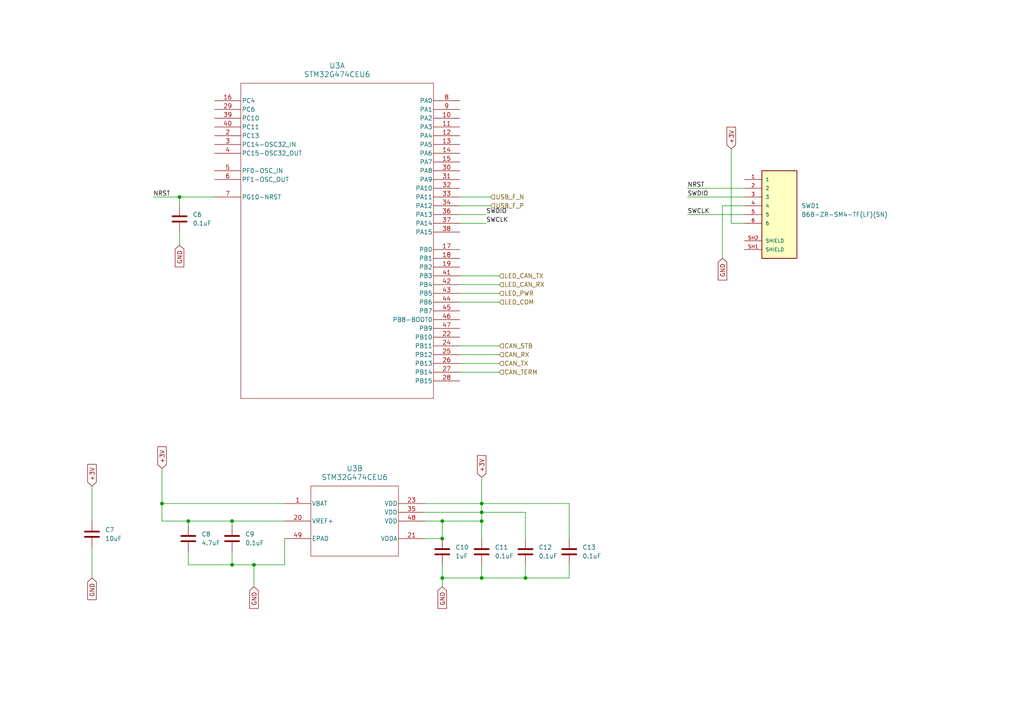
<source format=kicad_sch>
(kicad_sch (version 20230121) (generator eeschema)
  (paper "A4")
  (lib_symbols
    (symbol "Device:C" (pin_numbers hide) (pin_names (offset 0.254))
      (property "Reference" "C" (at 0.635 2.54 0))
      (property "Value" "C" (at 0.635 -2.54 0))
      (symbol "C_0_1"
        (polyline (pts (xy -2.032 -0.762) (xy 2.032 -0.762)) (stroke (width 0.508)))
        (polyline (pts (xy -2.032 0.762) (xy 2.032 0.762)) (stroke (width 0.508)))
      )
      (symbol "C_1_1"
        (pin passive line (at 0 3.81 270) (length 2.794) (name "~") (number "1"))
        (pin passive line (at 0 -3.81 90) (length 2.794) (name "~") (number "2"))
      )
    )
    (symbol "moteus:S6B-ZR-SM4A-TF(LF)(SN)" (pin_names (offset 1.016))
      (property "Reference" "J" (at -5.087 10.8098 0))
      (property "Value" "S6B-ZR-SM4A-TF(LF)(SN)" (at -5.08 -17.78 0))
      (symbol "S6B-ZR-SM4A-TF(LF)(SN)_0_0"
        (rectangle (start -5.08 10.16) (end 5.08 -15.24) (stroke (width 0.254)) (fill (type background)))
        (pin passive line (at -10.16 7.62 0) (length 5.08) (name "1") (number "1"))
        (pin passive line (at -10.16 5.08 0) (length 5.08) (name "2") (number "2"))
        (pin passive line (at -10.16 2.54 0) (length 5.08) (name "3") (number "3"))
        (pin passive line (at -10.16 0 0) (length 5.08) (name "4") (number "4"))
        (pin passive line (at -10.16 -2.54 0) (length 5.08) (name "5") (number "5"))
        (pin passive line (at -10.16 -5.08 0) (length 5.08) (name "6") (number "6"))
        (pin passive line (at -10.16 -12.7 0) (length 5.08) (name "SHIELD") (number "SH1"))
        (pin passive line (at -10.16 -10.16 0) (length 5.08) (name "SHIELD") (number "SH2"))
      )
    )
    (symbol "moteus:STM32G474CEU6" (pin_names (offset 0.254))
      (property "Reference" "U" (at 35.56 10.16 0))
      (property "Value" "STM32G474CEU6" (at 35.56 7.62 0))
      (symbol "STM32G474CEU6_1_1"
        (polyline (pts (xy 7.62 -86.36) (xy 63.5 -86.36)) (stroke (width 0.127)))
        (polyline (pts (xy 7.62 5.08) (xy 7.62 -86.36)) (stroke (width 0.127)))
        (polyline (pts (xy 63.5 -86.36) (xy 63.5 5.08)) (stroke (width 0.127)))
        (polyline (pts (xy 63.5 5.08) (xy 7.62 5.08)) (stroke (width 0.127)))
        (pin bidirectional line (at 0 -5.08 0) (length 7.62) (name "PA2") (number "10"))
        (pin bidirectional line (at 0 -7.62 0) (length 7.62) (name "PA3") (number "11"))
        (pin bidirectional line (at 0 -10.16 0) (length 7.62) (name "PA4") (number "12"))
        (pin bidirectional line (at 0 -12.7 0) (length 7.62) (name "PA5") (number "13"))
        (pin bidirectional line (at 0 -15.24 0) (length 7.62) (name "PA6") (number "14"))
        (pin bidirectional line (at 0 -17.78 0) (length 7.62) (name "PA7") (number "15"))
        (pin bidirectional line (at 71.12 0 180) (length 7.62) (name "PC4") (number "16"))
        (pin bidirectional line (at 0 -43.18 0) (length 7.62) (name "PB0") (number "17"))
        (pin bidirectional line (at 0 -45.72 0) (length 7.62) (name "PB1") (number "18"))
        (pin bidirectional line (at 0 -48.26 0) (length 7.62) (name "PB2") (number "19"))
        (pin bidirectional line (at 71.12 -10.16 180) (length 7.62) (name "PC13") (number "2"))
        (pin bidirectional line (at 0 -68.58 0) (length 7.62) (name "PB10") (number "22"))
        (pin bidirectional line (at 0 -71.12 0) (length 7.62) (name "PB11") (number "24"))
        (pin bidirectional line (at 0 -73.66 0) (length 7.62) (name "PB12") (number "25"))
        (pin bidirectional line (at 0 -76.2 0) (length 7.62) (name "PB13") (number "26"))
        (pin bidirectional line (at 0 -78.74 0) (length 7.62) (name "PB14") (number "27"))
        (pin bidirectional line (at 0 -81.28 0) (length 7.62) (name "PB15") (number "28"))
        (pin bidirectional line (at 71.12 -2.54 180) (length 7.62) (name "PC6") (number "29"))
        (pin bidirectional line (at 71.12 -12.7 180) (length 7.62) (name "PC14-OSC32_IN") (number "3"))
        (pin bidirectional line (at 0 -20.32 0) (length 7.62) (name "PA8") (number "30"))
        (pin bidirectional line (at 0 -22.86 0) (length 7.62) (name "PA9") (number "31"))
        (pin bidirectional line (at 0 -25.4 0) (length 7.62) (name "PA10") (number "32"))
        (pin bidirectional line (at 0 -27.94 0) (length 7.62) (name "PA11") (number "33"))
        (pin bidirectional line (at 0 -30.48 0) (length 7.62) (name "PA12") (number "34"))
        (pin bidirectional line (at 0 -33.02 0) (length 7.62) (name "PA13") (number "36"))
        (pin bidirectional line (at 0 -35.56 0) (length 7.62) (name "PA14") (number "37"))
        (pin bidirectional line (at 0 -38.1 0) (length 7.62) (name "PA15") (number "38"))
        (pin bidirectional line (at 71.12 -5.08 180) (length 7.62) (name "PC10") (number "39"))
        (pin bidirectional line (at 71.12 -15.24 180) (length 7.62) (name "PC15-OSC32_OUT") (number "4"))
        (pin bidirectional line (at 71.12 -7.62 180) (length 7.62) (name "PC11") (number "40"))
        (pin bidirectional line (at 0 -50.8 0) (length 7.62) (name "PB3") (number "41"))
        (pin bidirectional line (at 0 -53.34 0) (length 7.62) (name "PB4") (number "42"))
        (pin bidirectional line (at 0 -55.88 0) (length 7.62) (name "PB5") (number "43"))
        (pin bidirectional line (at 0 -58.42 0) (length 7.62) (name "PB6") (number "44"))
        (pin bidirectional line (at 0 -60.96 0) (length 7.62) (name "PB7") (number "45"))
        (pin bidirectional line (at 0 -63.5 0) (length 7.62) (name "PB8-BOOT0") (number "46"))
        (pin bidirectional line (at 0 -66.04 0) (length 7.62) (name "PB9") (number "47"))
        (pin bidirectional line (at 71.12 -20.32 180) (length 7.62) (name "PF0-OSC_IN") (number "5"))
        (pin bidirectional line (at 71.12 -22.86 180) (length 7.62) (name "PF1-OSC_OUT") (number "6"))
        (pin bidirectional line (at 71.12 -27.94 180) (length 7.62) (name "PG10-NRST") (number "7"))
        (pin bidirectional line (at 0 0 0) (length 7.62) (name "PA0") (number "8"))
        (pin bidirectional line (at 0 -2.54 0) (length 7.62) (name "PA1") (number "9"))
      )
      (symbol "STM32G474CEU6_2_1"
        (polyline (pts (xy 7.62 -15.24) (xy 33.02 -15.24)) (stroke (width 0.127)))
        (polyline (pts (xy 7.62 5.08) (xy 7.62 -15.24)) (stroke (width 0.127)))
        (polyline (pts (xy 33.02 -15.24) (xy 33.02 5.08)) (stroke (width 0.127)))
        (polyline (pts (xy 33.02 5.08) (xy 7.62 5.08)) (stroke (width 0.127)))
        (pin power_in line (at 0 0 0) (length 7.62) (name "VBAT") (number "1"))
        (pin power_in line (at 0 -5.08 0) (length 7.62) (name "VREF+") (number "20"))
        (pin power_in line (at 40.64 -10.16 180) (length 7.62) (name "VDDA") (number "21"))
        (pin power_in line (at 40.64 0 180) (length 7.62) (name "VDD") (number "23"))
        (pin power_in line (at 40.64 -2.54 180) (length 7.62) (name "VDD") (number "35"))
        (pin power_in line (at 40.64 -5.08 180) (length 7.62) (name "VDD") (number "48"))
        (pin unspecified line (at 0 -10.16 0) (length 7.62) (name "EPAD") (number "49"))
      )
    )
  )
  (junction (at 128.27 167.64))
  (junction (at 152.4 167.64))
  (junction (at 73.66 163.83))
  (junction (at 139.7 148.59))
  (junction (at 54.61 151.13))
  (junction (at 128.27 151.13))
  (junction (at 67.31 163.83))
  (junction (at 128.27 156.21))
  (junction (at 52.07 57.15))
  (junction (at 46.99 146.05))
  (junction (at 139.7 146.05))
  (junction (at 139.7 151.13))
  (junction (at 67.31 151.13))
  (junction (at 139.7 167.64))
  (wire (pts (xy 215.9 59.69) (xy 209.55 59.69)))
  (wire (pts (xy 82.55 156.21) (xy 82.55 163.83)))
  (wire (pts (xy 133.35 59.69) (xy 142.24 59.69)))
  (wire (pts (xy 123.19 146.05) (xy 139.7 146.05)))
  (wire (pts (xy 133.35 87.63) (xy 144.78 87.63)))
  (wire (pts (xy 212.09 43.18) (xy 212.09 64.77)))
  (wire (pts (xy 73.66 163.83) (xy 82.55 163.83)))
  (wire (pts (xy 73.66 163.83) (xy 73.66 170.18)))
  (wire (pts (xy 123.19 156.21) (xy 128.27 156.21)))
  (wire (pts (xy 199.39 62.23) (xy 215.9 62.23)))
  (wire (pts (xy 209.55 59.69) (xy 209.55 74.93)))
  (wire (pts (xy 54.61 160.02) (xy 54.61 163.83)))
  (wire (pts (xy 152.4 148.59) (xy 152.4 156.21)))
  (wire (pts (xy 165.1 146.05) (xy 165.1 156.21)))
  (wire (pts (xy 133.35 57.15) (xy 142.24 57.15)))
  (wire (pts (xy 54.61 151.13) (xy 46.99 151.13)))
  (wire (pts (xy 133.35 82.55) (xy 144.78 82.55)))
  (wire (pts (xy 212.09 64.77) (xy 215.9 64.77)))
  (wire (pts (xy 139.7 148.59) (xy 139.7 151.13)))
  (wire (pts (xy 46.99 135.89) (xy 46.99 146.05)))
  (wire (pts (xy 67.31 163.83) (xy 73.66 163.83)))
  (wire (pts (xy 52.07 57.15) (xy 62.23 57.15)))
  (wire (pts (xy 133.35 102.87) (xy 144.78 102.87)))
  (wire (pts (xy 123.19 151.13) (xy 128.27 151.13)))
  (wire (pts (xy 128.27 167.64) (xy 128.27 170.18)))
  (wire (pts (xy 133.35 100.33) (xy 144.78 100.33)))
  (wire (pts (xy 128.27 151.13) (xy 139.7 151.13)))
  (wire (pts (xy 199.39 57.15) (xy 215.9 57.15)))
  (wire (pts (xy 165.1 167.64) (xy 165.1 163.83)))
  (wire (pts (xy 26.67 140.97) (xy 26.67 151.13)))
  (wire (pts (xy 82.55 151.13) (xy 67.31 151.13)))
  (wire (pts (xy 46.99 146.05) (xy 82.55 146.05)))
  (wire (pts (xy 128.27 156.21) (xy 128.27 151.13)))
  (wire (pts (xy 67.31 151.13) (xy 54.61 151.13)))
  (wire (pts (xy 128.27 167.64) (xy 139.7 167.64)))
  (wire (pts (xy 46.99 151.13) (xy 46.99 146.05)))
  (wire (pts (xy 152.4 167.64) (xy 165.1 167.64)))
  (wire (pts (xy 133.35 85.09) (xy 144.78 85.09)))
  (wire (pts (xy 67.31 160.02) (xy 67.31 163.83)))
  (wire (pts (xy 54.61 163.83) (xy 67.31 163.83)))
  (wire (pts (xy 128.27 163.83) (xy 128.27 167.64)))
  (wire (pts (xy 199.39 54.61) (xy 215.9 54.61)))
  (wire (pts (xy 152.4 167.64) (xy 152.4 163.83)))
  (wire (pts (xy 133.35 107.95) (xy 144.78 107.95)))
  (wire (pts (xy 139.7 146.05) (xy 165.1 146.05)))
  (wire (pts (xy 139.7 146.05) (xy 139.7 148.59)))
  (wire (pts (xy 54.61 151.13) (xy 54.61 152.4)))
  (wire (pts (xy 133.35 62.23) (xy 140.97 62.23)))
  (wire (pts (xy 139.7 151.13) (xy 139.7 156.21)))
  (wire (pts (xy 139.7 138.43) (xy 139.7 146.05)))
  (wire (pts (xy 139.7 167.64) (xy 152.4 167.64)))
  (wire (pts (xy 26.67 158.75) (xy 26.67 167.64)))
  (wire (pts (xy 44.45 57.15) (xy 52.07 57.15)))
  (wire (pts (xy 139.7 167.64) (xy 139.7 163.83)))
  (wire (pts (xy 123.19 148.59) (xy 139.7 148.59)))
  (wire (pts (xy 133.35 105.41) (xy 144.78 105.41)))
  (wire (pts (xy 52.07 67.31) (xy 52.07 71.12)))
  (wire (pts (xy 139.7 148.59) (xy 152.4 148.59)))
  (wire (pts (xy 133.35 80.01) (xy 144.78 80.01)))
  (wire (pts (xy 67.31 151.13) (xy 67.31 152.4)))
  (wire (pts (xy 133.35 64.77) (xy 140.97 64.77)))
  (wire (pts (xy 52.07 59.69) (xy 52.07 57.15)))
  (label "NRST" (at 44.45 57.15 0))
  (label "SWDIO" (at 140.97 62.23 0))
  (label "SWCLK" (at 199.39 62.23 0))
  (label "NRST" (at 199.39 54.61 0))
  (label "SWDIO" (at 199.39 57.15 0))
  (label "SWCLK" (at 140.97 64.77 0))
  (global_label "+3V" (shape input) (at 212.09 43.18 90) (property "Intersheetrefs" "${INTERSHEET_REFS}" (effects hide)))
  (global_label "GND" (shape input) (at 26.67 167.64 270) (property "Intersheetrefs" "${INTERSHEET_REFS}" (effects hide)))
  (global_label "+3V" (shape input) (at 46.99 135.89 90) (property "Intersheetrefs" "${INTERSHEET_REFS}" (effects hide)))
  (global_label "GND" (shape input) (at 209.55 74.93 270) (property "Intersheetrefs" "${INTERSHEET_REFS}" (effects hide)))
  (global_label "GND" (shape input) (at 52.07 71.12 270) (property "Intersheetrefs" "${INTERSHEET_REFS}" (effects hide)))
  (global_label "+3V" (shape input) (at 139.7 138.43 90) (property "Intersheetrefs" "${INTERSHEET_REFS}" (effects hide)))
  (global_label "GND" (shape input) (at 73.66 170.18 270) (property "Intersheetrefs" "${INTERSHEET_REFS}" (effects hide)))
  (global_label "+3V" (shape input) (at 26.67 140.97 90) (property "Intersheetrefs" "${INTERSHEET_REFS}" (effects hide)))
  (global_label "GND" (shape input) (at 128.27 170.18 270) (property "Intersheetrefs" "${INTERSHEET_REFS}" (effects hide)))
  (hierarchical_label "USB_F_P" (shape input) (at 142.24 59.69 0))
  (hierarchical_label "LED_COM" (shape input) (at 144.78 87.63 0))
  (hierarchical_label "CAN_STB" (shape input) (at 144.78 100.33 0))
  (hierarchical_label "CAN_TERM" (shape input) (at 144.78 107.95 0))
  (hierarchical_label "CAN_RX" (shape input) (at 144.78 102.87 0))
  (hierarchical_label "LED_CAN_RX" (shape input) (at 144.78 82.55 0))
  (hierarchical_label "CAN_TX" (shape input) (at 144.78 105.41 0))
  (hierarchical_label "LED_CAN_TX" (shape input) (at 144.78 80.01 0))
  (hierarchical_label "LED_PWR" (shape input) (at 144.78 85.09 0))
  (hierarchical_label "USB_F_N" (shape input) (at 142.24 57.15 0))
  (symbol (lib_id "moteus:S6B-ZR-SM4A-TF(LF)(SN)") (at 226.06 59.69 0) (unit 1)
    (property "Reference" "SWD1" (at 232.41 59.69 0) (effects (justify left)))
    (property "Value" "B6B-ZR-SM4-TF(LF)(SN)" (at 232.41 62.23 0) (effects (justify left)))
    (property "Footprint" "fdcanusb:B6B-ZR-SM4-TFLFSN" (effects hide))
    (property "MF" "JST" (effects hide))
    (property "MPN" "B6B-ZR-SM4-TF(LF)(SN)" (effects hide))
    (property "POPULATE" "1" (effects hide))
  )
  (symbol (lib_id "Device:C") (at 139.7 160.02 0) (unit 1)
    (property "Reference" "C11" (at 143.51 158.75 0) (effects (justify left)))
    (property "Value" "0.1uF" (at 143.51 161.29 0) (effects (justify left)))
    (property "Footprint" "Capacitor_SMD:C_0603_1608Metric" (effects hide))
    (property "MPN" "MF-CAP-0603-0.1uF" (effects hide))
    (property "POPULATE" "1" (effects hide))
    (instances (project "moteus_c1" (path "" (reference "C11") (unit 1))) (project "fdcanusb" (path "" (reference "C6") (unit 1))))
  )
  (symbol (lib_id "Device:C") (at 165.1 160.02 0) (unit 1)
    (property "Reference" "C13" (at 168.91 158.75 0) (effects (justify left)))
    (property "Value" "0.1uF" (at 168.91 161.29 0) (effects (justify left)))
    (property "Footprint" "Capacitor_SMD:C_0603_1608Metric" (effects hide))
    (property "MPN" "MF-CAP-0603-0.1uF" (effects hide))
    (property "POPULATE" "1" (effects hide))
    (instances (project "moteus_c1" (path "" (reference "C13") (unit 1))) (project "fdcanusb" (path "" (reference "C8") (unit 1))))
  )
  (symbol (lib_id "Device:C") (at 26.67 154.94 0) (unit 1)
    (property "Reference" "C7" (at 30.48 153.67 0) (effects (justify left)))
    (property "Value" "10uF" (at 30.48 156.21 0) (effects (justify left)))
    (property "Footprint" "Capacitor_SMD:C_1206_3216Metric" (effects hide))
    (property "MPN" "MF-CAP-1206-10uF" (effects hide))
    (property "POPULATE" "1" (effects hide))
    (instances (project "moteus_c1" (path "" (reference "C7") (unit 1))) (project "fdcanusb" (path "" (reference "C1") (unit 1))))
  )
  (symbol (lib_id "Device:C") (at 67.31 156.21 0) (unit 1)
    (property "Reference" "C9" (at 71.12 154.94 0) (effects (justify left)))
    (property "Value" "0.1uF" (at 71.12 157.48 0) (effects (justify left)))
    (property "Footprint" "Capacitor_SMD:C_0603_1608Metric" (effects hide))
    (property "MPN" "MF-CAP-0603-0.1uF" (effects hide))
    (property "POPULATE" "1" (effects hide))
    (instances (project "moteus_c1" (path "" (reference "C9") (unit 1))) (project "fdcanusb" (path "" (reference "C4") (unit 1))))
  )
  (symbol (lib_id "Device:C") (at 54.61 156.21 0) (unit 1)
    (property "Reference" "C8" (at 58.42 154.94 0) (effects (justify left)))
    (property "Value" "4.7uF" (at 58.42 157.48 0) (effects (justify left)))
    (property "Footprint" "Capacitor_SMD:C_0603_1608Metric" (effects hide))
    (property "MPN" "CL10A475KP8NNNC" (effects hide))
    (property "POPULATE" "1" (effects hide))
    (property "MF" "SAMSUNG" (effects hide))
    (instances (project "moteus_c1" (path "" (reference "C8") (unit 1))) (project "fdcanusb" (path "" (reference "C3") (unit 1))))
  )
  (symbol (lib_id "Device:C") (at 128.27 160.02 0) (unit 1)
    (property "Reference" "C10" (at 132.08 158.75 0) (effects (justify left)))
    (property "Value" "1uF" (at 132.08 161.29 0) (effects (justify left)))
    (property "Footprint" "Capacitor_SMD:C_0603_1608Metric" (effects hide))
    (property "MPN" "MF-CAP-0603-1uF" (effects hide))
    (property "POPULATE" "1" (effects hide))
    (instances (project "moteus_c1" (path "" (reference "C10") (unit 1))) (project "fdcanusb" (path "" (reference "C5") (unit 1))))
  )
  (symbol (lib_id "Device:C") (at 52.07 63.5 0) (unit 1)
    (property "Reference" "C6" (at 55.88 62.23 0) (effects (justify left)))
    (property "Value" "0.1uF" (at 55.88 64.77 0) (effects (justify left)))
    (property "Footprint" "Capacitor_SMD:C_0603_1608Metric" (effects hide))
    (property "MPN" "MF-CAP-0603-0.1uF" (effects hide))
    (property "POPULATE" "1" (effects hide))
    (instances (project "moteus_c1" (path "" (reference "C6") (unit 1))) (project "fdcanusb" (path "" (reference "C2") (unit 1))))
  )
  (symbol (lib_id "moteus:STM32G474CEU6") (at 82.55 146.05 0) (unit 2)
    (property "Reference" "U3" (at 102.87 135.89 0) (effects (font (size 1.524 1.524))))
    (property "Value" "STM32G474CEU6" (at 102.87 138.43 0) (effects (font (size 1.524 1.524))))
    (property "Footprint" "fdcanusb:UFQFPN-48_7X7X0P55MM" (effects hide))
    (property "Datasheet" "STM32G474CEU6" (effects hide))
    (property "MPN" "STM32G474CEU6" (effects hide))
    (property "MF" "ST" (effects hide))
    (property "POPULATE" "1" (effects hide))
    (instances (project "moteus_c1" (path "" (reference "U3") (unit 2))) (project "fdcanusb" (path "" (reference "U1") (unit 2))))
  )
  (symbol (lib_id "Device:C") (at 152.4 160.02 0) (unit 1)
    (property "Reference" "C12" (at 156.21 158.75 0) (effects (justify left)))
    (property "Value" "0.1uF" (at 156.21 161.29 0) (effects (justify left)))
    (property "Footprint" "Capacitor_SMD:C_0603_1608Metric" (effects hide))
    (property "MPN" "MF-CAP-0603-0.1uF" (effects hide))
    (property "POPULATE" "1" (effects hide))
    (instances (project "moteus_c1" (path "" (reference "C12") (unit 1))) (project "fdcanusb" (path "" (reference "C7") (unit 1))))
  )
  (symbol (lib_id "moteus:STM32G474CEU6") (at 133.35 29.21 0) (mirror y) (unit 1)
    (property "Reference" "U3" (at 97.79 19.05 0) (effects (font (size 1.524 1.524))))
    (property "Value" "STM32G474CEU6" (at 97.79 21.59 0) (effects (font (size 1.524 1.524))))
    (property "Footprint" "fdcanusb:UFQFPN-48_7X7X0P55MM" (effects hide))
    (property "Datasheet" "STM32G474CEU6" (effects hide))
    (property "MPN" "STM32G474CEU6" (effects hide))
    (property "MF" "ST" (effects hide))
    (property "POPULATE" "1" (effects hide))
    (instances (project "moteus_c1" (path "" (reference "U3") (unit 1))) (project "fdcanusb" (path "" (reference "U1") (unit 1))))
  )
)
</source>
